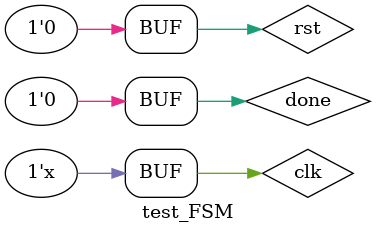
<source format=v>
module test_FSM;



reg done, rst, clk;
wire  en_dividend,  rst_dividend , en_divider, rst_divider,
   en_done,  rst_done, en_quotient, rst_quotient;
wire[2:0] cur_state, next_state;


//Divider #(W) div(dividend, divider, clk,rst, done, reminder,  quotient);
FSM fsm
(done, rst, clk, 
  en_dividend,  rst_dividend , en_divider, rst_divider,
   en_done,  rst_done, en_quotient, rst_quotient,cur_state,next_state);

always begin
  # 20 clk = ~clk;
end

initial begin
  done=0; rst=0;clk=0;
  // clk = 0; rst = 0;
  #20 rst = 1;
  #20 rst = 0;
  #80 done=1;
  #80 done=0;
end
endmodule

</source>
